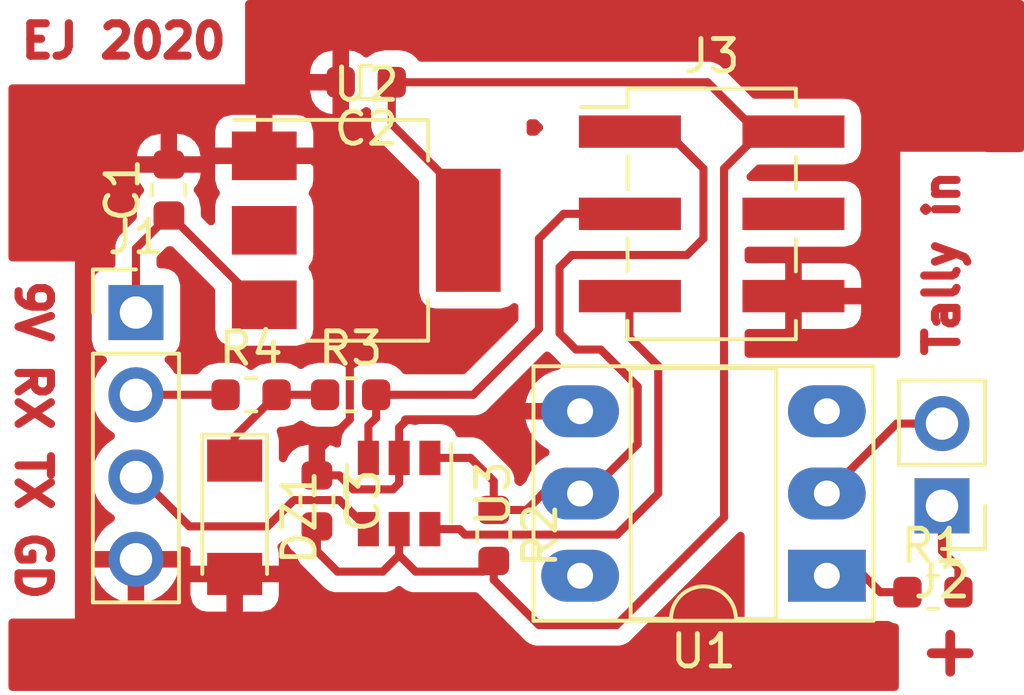
<source format=kicad_pcb>
(kicad_pcb (version 20200104) (host pcbnew "(5.99.0-870-gf50220821)")

  (general
    (thickness 1.6)
    (drawings 4)
    (tracks 106)
    (modules 14)
    (nets 16)
  )

  (page "A4")
  (layers
    (0 "F.Cu" signal)
    (31 "B.Cu" signal)
    (32 "B.Adhes" user)
    (33 "F.Adhes" user)
    (34 "B.Paste" user)
    (35 "F.Paste" user)
    (36 "B.SilkS" user)
    (37 "F.SilkS" user)
    (38 "B.Mask" user)
    (39 "F.Mask" user)
    (40 "Dwgs.User" user)
    (41 "Cmts.User" user)
    (42 "Eco1.User" user)
    (43 "Eco2.User" user)
    (44 "Edge.Cuts" user)
    (45 "Margin" user)
    (46 "B.CrtYd" user)
    (47 "F.CrtYd" user)
    (48 "B.Fab" user)
    (49 "F.Fab" user)
  )

  (setup
    (stackup
      (layer "F.SilkS" (type "Top Silk Screen"))
      (layer "F.Paste" (type "Top Solder Paste"))
      (layer "F.Mask" (type "Top Solder Mask") (color "Green") (thickness 0.01))
      (layer "F.Cu" (type "copper") (thickness 0.035))
      (layer "dielectric 1" (type "core") (thickness 1.51) (material "FR4") (epsilon_r 4.5) (loss_tangent 0.02))
      (layer "B.Cu" (type "copper") (thickness 0.035))
      (layer "B.Mask" (type "Bottom Solder Mask") (color "Green") (thickness 0.01))
      (layer "B.Paste" (type "Bottom Solder Paste"))
      (layer "B.SilkS" (type "Bottom Silk Screen"))
      (copper_finish "None")
      (dielectric_constraints no)
    )
    (last_trace_width 0.25)
    (user_trace_width 0.35)
    (trace_clearance 0.2)
    (zone_clearance 0.508)
    (zone_45_only no)
    (trace_min 0.2)
    (via_size 0.8)
    (via_drill 0.4)
    (via_min_size 0.4)
    (via_min_drill 0.3)
    (uvia_size 0.3)
    (uvia_drill 0.1)
    (uvias_allowed no)
    (uvia_min_size 0.2)
    (uvia_min_drill 0.1)
    (max_error 0.005)
    (defaults
      (edge_clearance 0.01)
      (edge_cuts_line_width 0.05)
      (courtyard_line_width 0.05)
      (copper_line_width 0.2)
      (copper_text_dims (size 1.5 1.5) (thickness 0.3))
      (silk_line_width 0.12)
      (silk_text_dims (size 1 1) (thickness 0.15))
      (other_layers_line_width 0.1)
      (other_layers_text_dims (size 1 1) (thickness 0.15))
      (dimension_units 0)
      (dimension_precision 1)
    )
    (pad_size 1.524 1.524)
    (pad_drill 0.762)
    (pad_to_mask_clearance 0.051)
    (solder_mask_min_width 0.25)
    (aux_axis_origin 0 0)
    (visible_elements FFFFFF7F)
    (pcbplotparams
      (layerselection 0x00000_7fffffff)
      (usegerberextensions false)
      (usegerberattributes false)
      (usegerberadvancedattributes false)
      (creategerberjobfile false)
      (excludeedgelayer false)
      (linewidth 0.100000)
      (plotframeref false)
      (viasonmask false)
      (mode 1)
      (useauxorigin false)
      (hpglpennumber 1)
      (hpglpenspeed 20)
      (hpglpendiameter 15.000000)
      (psnegative false)
      (psa4output false)
      (plotreference false)
      (plotvalue false)
      (plotinvisibletext false)
      (padsonsilk true)
      (subtractmaskfromsilk false)
      (outputformat 5)
      (mirror true)
      (drillshape 1)
      (scaleselection 1)
      (outputdirectory "")
    )
  )

  (net 0 "")
  (net 1 "GND")
  (net 2 "+9V")
  (net 3 "+3V3")
  (net 4 "Net-(DZ1-Pad1)")
  (net 5 "TX")
  (net 6 "RX")
  (net 7 "Net-(J2-Pad2)")
  (net 8 "Net-(J2-Pad1)")
  (net 9 "RESET")
  (net 10 "Net-(J3-Pad4)")
  (net 11 "TPICLK")
  (net 12 "TPIDATA")
  (net 13 "Net-(R1-Pad1)")
  (net 14 "Net-(U1-Pad6)")
  (net 15 "Net-(U1-Pad3)")

  (net_class "Default" "This is the default net class."
    (clearance 0.2)
    (trace_width 0.25)
    (via_dia 0.8)
    (via_drill 0.4)
    (uvia_dia 0.3)
    (uvia_drill 0.1)
    (add_net "+3V3")
    (add_net "+9V")
    (add_net "GND")
    (add_net "Net-(DZ1-Pad1)")
    (add_net "Net-(J2-Pad1)")
    (add_net "Net-(J2-Pad2)")
    (add_net "Net-(J3-Pad4)")
    (add_net "Net-(R1-Pad1)")
    (add_net "Net-(U1-Pad3)")
    (add_net "Net-(U1-Pad6)")
    (add_net "RESET")
    (add_net "RX")
    (add_net "TPICLK")
    (add_net "TPIDATA")
    (add_net "TX")
  )

  (module "Package_TO_SOT_SMD:SOT-23-6" (layer "F.Cu") (tedit 5A02FF57) (tstamp 5E46A504)
    (at 104.648 69.088 -90)
    (descr "6-pin SOT-23 package")
    (tags "SOT-23-6")
    (path "/5E465F70")
    (attr smd)
    (fp_text reference "U3" (at 0 -2.9 90) (layer "F.SilkS")
      (effects (font (size 1 1) (thickness 0.15)))
    )
    (fp_text value "ATtiny10-TS" (at 0 2.9 90) (layer "F.Fab")
      (effects (font (size 1 1) (thickness 0.15)))
    )
    (fp_text user "%R" (at 0 0) (layer "F.Fab")
      (effects (font (size 0.5 0.5) (thickness 0.075)))
    )
    (fp_line (start -0.9 1.61) (end 0.9 1.61) (layer "F.SilkS") (width 0.12))
    (fp_line (start 0.9 -1.61) (end -1.55 -1.61) (layer "F.SilkS") (width 0.12))
    (fp_line (start 1.9 -1.8) (end -1.9 -1.8) (layer "F.CrtYd") (width 0.05))
    (fp_line (start 1.9 1.8) (end 1.9 -1.8) (layer "F.CrtYd") (width 0.05))
    (fp_line (start -1.9 1.8) (end 1.9 1.8) (layer "F.CrtYd") (width 0.05))
    (fp_line (start -1.9 -1.8) (end -1.9 1.8) (layer "F.CrtYd") (width 0.05))
    (fp_line (start -0.9 -0.9) (end -0.25 -1.55) (layer "F.Fab") (width 0.1))
    (fp_line (start 0.9 -1.55) (end -0.25 -1.55) (layer "F.Fab") (width 0.1))
    (fp_line (start -0.9 -0.9) (end -0.9 1.55) (layer "F.Fab") (width 0.1))
    (fp_line (start 0.9 1.55) (end -0.9 1.55) (layer "F.Fab") (width 0.1))
    (fp_line (start 0.9 -1.55) (end 0.9 1.55) (layer "F.Fab") (width 0.1))
    (pad "5" smd rect (at 1.1 0 270) (size 1.06 0.65) (layers "F.Cu" "F.Paste" "F.Mask")
      (net 3 "+3V3"))
    (pad "6" smd rect (at 1.1 -0.95 270) (size 1.06 0.65) (layers "F.Cu" "F.Paste" "F.Mask")
      (net 9 "RESET"))
    (pad "4" smd rect (at 1.1 0.95 270) (size 1.06 0.65) (layers "F.Cu" "F.Paste" "F.Mask")
      (net 5 "TX"))
    (pad "3" smd rect (at -1.1 0.95 270) (size 1.06 0.65) (layers "F.Cu" "F.Paste" "F.Mask")
      (net 11 "TPICLK"))
    (pad "2" smd rect (at -1.1 0 270) (size 1.06 0.65) (layers "F.Cu" "F.Paste" "F.Mask")
      (net 1 "GND"))
    (pad "1" smd rect (at -1.1 -0.95 270) (size 1.06 0.65) (layers "F.Cu" "F.Paste" "F.Mask")
      (net 12 "TPIDATA"))
    (model "${KISYS3DMOD}/Package_TO_SOT_SMD.3dshapes/SOT-23-6.wrl"
      (at (xyz 0 0 0))
      (scale (xyz 1 1 1))
      (rotate (xyz 0 0 0))
    )
  )

  (module "Package_TO_SOT_SMD:SOT-223-3_TabPin2" (layer "F.Cu") (tedit 5A02FF57) (tstamp 5E46A4EE)
    (at 103.632 60.96)
    (descr "module CMS SOT223 4 pins")
    (tags "CMS SOT")
    (path "/5E46A072")
    (attr smd)
    (fp_text reference "U2" (at 0 -4.5) (layer "F.SilkS")
      (effects (font (size 1 1) (thickness 0.15)))
    )
    (fp_text value "LM1117-3.3" (at 0 4.5) (layer "F.Fab")
      (effects (font (size 1 1) (thickness 0.15)))
    )
    (fp_text user "%R" (at 0 0 90) (layer "F.Fab")
      (effects (font (size 0.8 0.8) (thickness 0.12)))
    )
    (fp_line (start 1.91 3.41) (end 1.91 2.15) (layer "F.SilkS") (width 0.12))
    (fp_line (start 1.91 -3.41) (end 1.91 -2.15) (layer "F.SilkS") (width 0.12))
    (fp_line (start 4.4 -3.6) (end -4.4 -3.6) (layer "F.CrtYd") (width 0.05))
    (fp_line (start 4.4 3.6) (end 4.4 -3.6) (layer "F.CrtYd") (width 0.05))
    (fp_line (start -4.4 3.6) (end 4.4 3.6) (layer "F.CrtYd") (width 0.05))
    (fp_line (start -4.4 -3.6) (end -4.4 3.6) (layer "F.CrtYd") (width 0.05))
    (fp_line (start -1.85 -2.35) (end -0.85 -3.35) (layer "F.Fab") (width 0.1))
    (fp_line (start -1.85 -2.35) (end -1.85 3.35) (layer "F.Fab") (width 0.1))
    (fp_line (start -1.85 3.41) (end 1.91 3.41) (layer "F.SilkS") (width 0.12))
    (fp_line (start -0.85 -3.35) (end 1.85 -3.35) (layer "F.Fab") (width 0.1))
    (fp_line (start -4.1 -3.41) (end 1.91 -3.41) (layer "F.SilkS") (width 0.12))
    (fp_line (start -1.85 3.35) (end 1.85 3.35) (layer "F.Fab") (width 0.1))
    (fp_line (start 1.85 -3.35) (end 1.85 3.35) (layer "F.Fab") (width 0.1))
    (pad "1" smd rect (at -3.15 -2.3) (size 2 1.5) (layers "F.Cu" "F.Paste" "F.Mask")
      (net 1 "GND"))
    (pad "3" smd rect (at -3.15 2.3) (size 2 1.5) (layers "F.Cu" "F.Paste" "F.Mask")
      (net 2 "+9V"))
    (pad "2" smd rect (at -3.15 0) (size 2 1.5) (layers "F.Cu" "F.Paste" "F.Mask")
      (net 3 "+3V3"))
    (pad "2" smd rect (at 3.15 0) (size 2 3.8) (layers "F.Cu" "F.Paste" "F.Mask")
      (net 3 "+3V3"))
    (model "${KISYS3DMOD}/Package_TO_SOT_SMD.3dshapes/SOT-223.wrl"
      (at (xyz 0 0 0))
      (scale (xyz 1 1 1))
      (rotate (xyz 0 0 0))
    )
  )

  (module "Package_DIP:DIP-6_W7.62mm_Socket_LongPads" (layer "F.Cu") (tedit 5A02E8C5) (tstamp 5E46A4D8)
    (at 117.856 71.628 180)
    (descr "6-lead though-hole mounted DIP package, row spacing 7.62 mm (300 mils), Socket, LongPads")
    (tags "THT DIP DIL PDIP 2.54mm 7.62mm 300mil Socket LongPads")
    (path "/5E4A1EE1")
    (fp_text reference "U1" (at 3.81 -2.33) (layer "F.SilkS")
      (effects (font (size 1 1) (thickness 0.15)))
    )
    (fp_text value "CNY17-1" (at 3.81 7.41) (layer "F.Fab")
      (effects (font (size 1 1) (thickness 0.15)))
    )
    (fp_arc (start 3.81 -1.33) (end 2.81 -1.33) (angle -180) (layer "F.SilkS") (width 0.12))
    (fp_line (start 1.635 -1.27) (end 6.985 -1.27) (layer "F.Fab") (width 0.1))
    (fp_line (start 6.985 -1.27) (end 6.985 6.35) (layer "F.Fab") (width 0.1))
    (fp_line (start 6.985 6.35) (end 0.635 6.35) (layer "F.Fab") (width 0.1))
    (fp_line (start 0.635 6.35) (end 0.635 -0.27) (layer "F.Fab") (width 0.1))
    (fp_line (start 0.635 -0.27) (end 1.635 -1.27) (layer "F.Fab") (width 0.1))
    (fp_line (start -1.27 -1.33) (end -1.27 6.41) (layer "F.Fab") (width 0.1))
    (fp_line (start -1.27 6.41) (end 8.89 6.41) (layer "F.Fab") (width 0.1))
    (fp_line (start 8.89 6.41) (end 8.89 -1.33) (layer "F.Fab") (width 0.1))
    (fp_line (start 8.89 -1.33) (end -1.27 -1.33) (layer "F.Fab") (width 0.1))
    (fp_line (start 2.81 -1.33) (end 1.56 -1.33) (layer "F.SilkS") (width 0.12))
    (fp_line (start 1.56 -1.33) (end 1.56 6.41) (layer "F.SilkS") (width 0.12))
    (fp_line (start 1.56 6.41) (end 6.06 6.41) (layer "F.SilkS") (width 0.12))
    (fp_line (start 6.06 6.41) (end 6.06 -1.33) (layer "F.SilkS") (width 0.12))
    (fp_line (start 6.06 -1.33) (end 4.81 -1.33) (layer "F.SilkS") (width 0.12))
    (fp_line (start -1.44 -1.39) (end -1.44 6.47) (layer "F.SilkS") (width 0.12))
    (fp_line (start -1.44 6.47) (end 9.06 6.47) (layer "F.SilkS") (width 0.12))
    (fp_line (start 9.06 6.47) (end 9.06 -1.39) (layer "F.SilkS") (width 0.12))
    (fp_line (start 9.06 -1.39) (end -1.44 -1.39) (layer "F.SilkS") (width 0.12))
    (fp_line (start -1.55 -1.6) (end -1.55 6.7) (layer "F.CrtYd") (width 0.05))
    (fp_line (start -1.55 6.7) (end 9.15 6.7) (layer "F.CrtYd") (width 0.05))
    (fp_line (start 9.15 6.7) (end 9.15 -1.6) (layer "F.CrtYd") (width 0.05))
    (fp_line (start 9.15 -1.6) (end -1.55 -1.6) (layer "F.CrtYd") (width 0.05))
    (fp_text user "%R" (at 3.81 2.54) (layer "F.Fab")
      (effects (font (size 1 1) (thickness 0.15)))
    )
    (pad "6" thru_hole oval (at 7.62 0 180) (size 2.4 1.6) (drill 0.8) (layers *.Cu *.Mask)
      (net 14 "Net-(U1-Pad6)"))
    (pad "3" thru_hole oval (at 0 5.08 180) (size 2.4 1.6) (drill 0.8) (layers *.Cu *.Mask)
      (net 15 "Net-(U1-Pad3)"))
    (pad "5" thru_hole oval (at 7.62 2.54 180) (size 2.4 1.6) (drill 0.8) (layers *.Cu *.Mask)
      (net 12 "TPIDATA"))
    (pad "2" thru_hole oval (at 0 2.54 180) (size 2.4 1.6) (drill 0.8) (layers *.Cu *.Mask)
      (net 7 "Net-(J2-Pad2)"))
    (pad "4" thru_hole oval (at 7.62 5.08 180) (size 2.4 1.6) (drill 0.8) (layers *.Cu *.Mask)
      (net 1 "GND"))
    (pad "1" thru_hole rect (at 0 0 180) (size 2.4 1.6) (drill 0.8) (layers *.Cu *.Mask)
      (net 13 "Net-(R1-Pad1)"))
    (model "${KISYS3DMOD}/Package_DIP.3dshapes/DIP-6_W7.62mm_Socket.wrl"
      (at (xyz 0 0 0))
      (scale (xyz 1 1 1))
      (rotate (xyz 0 0 0))
    )
  )

  (module "Resistor_SMD:R_0603_1608Metric" (layer "F.Cu") (tedit 5B301BBD) (tstamp 5E46A4B6)
    (at 100.076 66.04)
    (descr "Resistor SMD 0603 (1608 Metric), square (rectangular) end terminal, IPC_7351 nominal, (Body size source: http://www.tortai-tech.com/upload/download/2011102023233369053.pdf), generated with kicad-footprint-generator")
    (tags "resistor")
    (path "/5E4E3DFC")
    (attr smd)
    (fp_text reference "R4" (at 0 -1.43) (layer "F.SilkS")
      (effects (font (size 1 1) (thickness 0.15)))
    )
    (fp_text value "10k" (at 0 1.43) (layer "F.Fab")
      (effects (font (size 1 1) (thickness 0.15)))
    )
    (fp_line (start -0.8 0.4) (end -0.8 -0.4) (layer "F.Fab") (width 0.1))
    (fp_line (start -0.8 -0.4) (end 0.8 -0.4) (layer "F.Fab") (width 0.1))
    (fp_line (start 0.8 -0.4) (end 0.8 0.4) (layer "F.Fab") (width 0.1))
    (fp_line (start 0.8 0.4) (end -0.8 0.4) (layer "F.Fab") (width 0.1))
    (fp_line (start -0.162779 -0.51) (end 0.162779 -0.51) (layer "F.SilkS") (width 0.12))
    (fp_line (start -0.162779 0.51) (end 0.162779 0.51) (layer "F.SilkS") (width 0.12))
    (fp_line (start -1.48 0.73) (end -1.48 -0.73) (layer "F.CrtYd") (width 0.05))
    (fp_line (start -1.48 -0.73) (end 1.48 -0.73) (layer "F.CrtYd") (width 0.05))
    (fp_line (start 1.48 -0.73) (end 1.48 0.73) (layer "F.CrtYd") (width 0.05))
    (fp_line (start 1.48 0.73) (end -1.48 0.73) (layer "F.CrtYd") (width 0.05))
    (fp_text user "%R" (at 0 0) (layer "F.Fab")
      (effects (font (size 0.4 0.4) (thickness 0.06)))
    )
    (pad "2" smd roundrect (at 0.7875 0) (size 0.875 0.95) (layers "F.Cu" "F.Paste" "F.Mask") (roundrect_rratio 0.25)
      (net 4 "Net-(DZ1-Pad1)"))
    (pad "1" smd roundrect (at -0.7875 0) (size 0.875 0.95) (layers "F.Cu" "F.Paste" "F.Mask") (roundrect_rratio 0.25)
      (net 6 "RX"))
    (model "${KISYS3DMOD}/Resistor_SMD.3dshapes/R_0603_1608Metric.wrl"
      (at (xyz 0 0 0))
      (scale (xyz 1 1 1))
      (rotate (xyz 0 0 0))
    )
  )

  (module "Resistor_SMD:R_0603_1608Metric" (layer "F.Cu") (tedit 5B301BBD) (tstamp 5E46B451)
    (at 103.1495 66.04)
    (descr "Resistor SMD 0603 (1608 Metric), square (rectangular) end terminal, IPC_7351 nominal, (Body size source: http://www.tortai-tech.com/upload/download/2011102023233369053.pdf), generated with kicad-footprint-generator")
    (tags "resistor")
    (path "/5E4D2E55")
    (attr smd)
    (fp_text reference "R3" (at 0 -1.43) (layer "F.SilkS")
      (effects (font (size 1 1) (thickness 0.15)))
    )
    (fp_text value "10k" (at 0 1.43) (layer "F.Fab")
      (effects (font (size 1 1) (thickness 0.15)))
    )
    (fp_line (start -0.8 0.4) (end -0.8 -0.4) (layer "F.Fab") (width 0.1))
    (fp_line (start -0.8 -0.4) (end 0.8 -0.4) (layer "F.Fab") (width 0.1))
    (fp_line (start 0.8 -0.4) (end 0.8 0.4) (layer "F.Fab") (width 0.1))
    (fp_line (start 0.8 0.4) (end -0.8 0.4) (layer "F.Fab") (width 0.1))
    (fp_line (start -0.162779 -0.51) (end 0.162779 -0.51) (layer "F.SilkS") (width 0.12))
    (fp_line (start -0.162779 0.51) (end 0.162779 0.51) (layer "F.SilkS") (width 0.12))
    (fp_line (start -1.48 0.73) (end -1.48 -0.73) (layer "F.CrtYd") (width 0.05))
    (fp_line (start -1.48 -0.73) (end 1.48 -0.73) (layer "F.CrtYd") (width 0.05))
    (fp_line (start 1.48 -0.73) (end 1.48 0.73) (layer "F.CrtYd") (width 0.05))
    (fp_line (start 1.48 0.73) (end -1.48 0.73) (layer "F.CrtYd") (width 0.05))
    (fp_text user "%R" (at 0 0) (layer "F.Fab")
      (effects (font (size 0.4 0.4) (thickness 0.06)))
    )
    (pad "2" smd roundrect (at 0.7875 0) (size 0.875 0.95) (layers "F.Cu" "F.Paste" "F.Mask") (roundrect_rratio 0.25)
      (net 11 "TPICLK"))
    (pad "1" smd roundrect (at -0.7875 0) (size 0.875 0.95) (layers "F.Cu" "F.Paste" "F.Mask") (roundrect_rratio 0.25)
      (net 4 "Net-(DZ1-Pad1)"))
    (model "${KISYS3DMOD}/Resistor_SMD.3dshapes/R_0603_1608Metric.wrl"
      (at (xyz 0 0 0))
      (scale (xyz 1 1 1))
      (rotate (xyz 0 0 0))
    )
  )

  (module "Resistor_SMD:R_0603_1608Metric" (layer "F.Cu") (tedit 5B301BBD) (tstamp 5E46AE5F)
    (at 107.569 70.3835 -90)
    (descr "Resistor SMD 0603 (1608 Metric), square (rectangular) end terminal, IPC_7351 nominal, (Body size source: http://www.tortai-tech.com/upload/download/2011102023233369053.pdf), generated with kicad-footprint-generator")
    (tags "resistor")
    (path "/5E4AC388")
    (attr smd)
    (fp_text reference "R2" (at 0 -1.43 90) (layer "F.SilkS")
      (effects (font (size 1 1) (thickness 0.15)))
    )
    (fp_text value "10k" (at 0 1.43 90) (layer "F.Fab")
      (effects (font (size 1 1) (thickness 0.15)))
    )
    (fp_text user "%R" (at 0 0 90) (layer "F.Fab")
      (effects (font (size 0.4 0.4) (thickness 0.06)))
    )
    (fp_line (start 1.48 0.73) (end -1.48 0.73) (layer "F.CrtYd") (width 0.05))
    (fp_line (start 1.48 -0.73) (end 1.48 0.73) (layer "F.CrtYd") (width 0.05))
    (fp_line (start -1.48 -0.73) (end 1.48 -0.73) (layer "F.CrtYd") (width 0.05))
    (fp_line (start -1.48 0.73) (end -1.48 -0.73) (layer "F.CrtYd") (width 0.05))
    (fp_line (start -0.162779 0.51) (end 0.162779 0.51) (layer "F.SilkS") (width 0.12))
    (fp_line (start -0.162779 -0.51) (end 0.162779 -0.51) (layer "F.SilkS") (width 0.12))
    (fp_line (start 0.8 0.4) (end -0.8 0.4) (layer "F.Fab") (width 0.1))
    (fp_line (start 0.8 -0.4) (end 0.8 0.4) (layer "F.Fab") (width 0.1))
    (fp_line (start -0.8 -0.4) (end 0.8 -0.4) (layer "F.Fab") (width 0.1))
    (fp_line (start -0.8 0.4) (end -0.8 -0.4) (layer "F.Fab") (width 0.1))
    (pad "1" smd roundrect (at -0.7875 0 270) (size 0.875 0.95) (layers "F.Cu" "F.Paste" "F.Mask") (roundrect_rratio 0.25)
      (net 12 "TPIDATA"))
    (pad "2" smd roundrect (at 0.7875 0 270) (size 0.875 0.95) (layers "F.Cu" "F.Paste" "F.Mask") (roundrect_rratio 0.25)
      (net 3 "+3V3"))
    (model "${KISYS3DMOD}/Resistor_SMD.3dshapes/R_0603_1608Metric.wrl"
      (at (xyz 0 0 0))
      (scale (xyz 1 1 1))
      (rotate (xyz 0 0 0))
    )
  )

  (module "Resistor_SMD:R_0603_1608Metric" (layer "F.Cu") (tedit 5B301BBD) (tstamp 5E46A483)
    (at 121.1325 72.136)
    (descr "Resistor SMD 0603 (1608 Metric), square (rectangular) end terminal, IPC_7351 nominal, (Body size source: http://www.tortai-tech.com/upload/download/2011102023233369053.pdf), generated with kicad-footprint-generator")
    (tags "resistor")
    (path "/5E4A9F99")
    (attr smd)
    (fp_text reference "R1" (at 0 -1.43) (layer "F.SilkS")
      (effects (font (size 1 1) (thickness 0.15)))
    )
    (fp_text value "60R" (at 0 1.43) (layer "F.Fab")
      (effects (font (size 1 1) (thickness 0.15)))
    )
    (fp_line (start -0.8 0.4) (end -0.8 -0.4) (layer "F.Fab") (width 0.1))
    (fp_line (start -0.8 -0.4) (end 0.8 -0.4) (layer "F.Fab") (width 0.1))
    (fp_line (start 0.8 -0.4) (end 0.8 0.4) (layer "F.Fab") (width 0.1))
    (fp_line (start 0.8 0.4) (end -0.8 0.4) (layer "F.Fab") (width 0.1))
    (fp_line (start -0.162779 -0.51) (end 0.162779 -0.51) (layer "F.SilkS") (width 0.12))
    (fp_line (start -0.162779 0.51) (end 0.162779 0.51) (layer "F.SilkS") (width 0.12))
    (fp_line (start -1.48 0.73) (end -1.48 -0.73) (layer "F.CrtYd") (width 0.05))
    (fp_line (start -1.48 -0.73) (end 1.48 -0.73) (layer "F.CrtYd") (width 0.05))
    (fp_line (start 1.48 -0.73) (end 1.48 0.73) (layer "F.CrtYd") (width 0.05))
    (fp_line (start 1.48 0.73) (end -1.48 0.73) (layer "F.CrtYd") (width 0.05))
    (fp_text user "%R" (at 0 0) (layer "F.Fab")
      (effects (font (size 0.4 0.4) (thickness 0.06)))
    )
    (pad "2" smd roundrect (at 0.7875 0) (size 0.875 0.95) (layers "F.Cu" "F.Paste" "F.Mask") (roundrect_rratio 0.25)
      (net 8 "Net-(J2-Pad1)"))
    (pad "1" smd roundrect (at -0.7875 0) (size 0.875 0.95) (layers "F.Cu" "F.Paste" "F.Mask") (roundrect_rratio 0.25)
      (net 13 "Net-(R1-Pad1)"))
    (model "${KISYS3DMOD}/Resistor_SMD.3dshapes/R_0603_1608Metric.wrl"
      (at (xyz 0 0 0))
      (scale (xyz 1 1 1))
      (rotate (xyz 0 0 0))
    )
  )

  (module "Connector_PinHeader_2.54mm:PinHeader_2x03_P2.54mm_Vertical_SMD" (layer "F.Cu") (tedit 59FED5CC) (tstamp 5E46A472)
    (at 114.3 60.452)
    (descr "surface-mounted straight pin header, 2x03, 2.54mm pitch, double rows")
    (tags "Surface mounted pin header SMD 2x03 2.54mm double row")
    (path "/5E4809CE")
    (attr smd)
    (fp_text reference "J3" (at 0 -4.87) (layer "F.SilkS")
      (effects (font (size 1 1) (thickness 0.15)))
    )
    (fp_text value "Conn_02x03_Odd_Even" (at 0 4.87) (layer "F.Fab")
      (effects (font (size 1 1) (thickness 0.15)))
    )
    (fp_line (start 2.54 3.81) (end -2.54 3.81) (layer "F.Fab") (width 0.1))
    (fp_line (start -1.59 -3.81) (end 2.54 -3.81) (layer "F.Fab") (width 0.1))
    (fp_line (start -2.54 3.81) (end -2.54 -2.86) (layer "F.Fab") (width 0.1))
    (fp_line (start -2.54 -2.86) (end -1.59 -3.81) (layer "F.Fab") (width 0.1))
    (fp_line (start 2.54 -3.81) (end 2.54 3.81) (layer "F.Fab") (width 0.1))
    (fp_line (start -2.54 -2.86) (end -3.6 -2.86) (layer "F.Fab") (width 0.1))
    (fp_line (start -3.6 -2.86) (end -3.6 -2.22) (layer "F.Fab") (width 0.1))
    (fp_line (start -3.6 -2.22) (end -2.54 -2.22) (layer "F.Fab") (width 0.1))
    (fp_line (start 2.54 -2.86) (end 3.6 -2.86) (layer "F.Fab") (width 0.1))
    (fp_line (start 3.6 -2.86) (end 3.6 -2.22) (layer "F.Fab") (width 0.1))
    (fp_line (start 3.6 -2.22) (end 2.54 -2.22) (layer "F.Fab") (width 0.1))
    (fp_line (start -2.54 -0.32) (end -3.6 -0.32) (layer "F.Fab") (width 0.1))
    (fp_line (start -3.6 -0.32) (end -3.6 0.32) (layer "F.Fab") (width 0.1))
    (fp_line (start -3.6 0.32) (end -2.54 0.32) (layer "F.Fab") (width 0.1))
    (fp_line (start 2.54 -0.32) (end 3.6 -0.32) (layer "F.Fab") (width 0.1))
    (fp_line (start 3.6 -0.32) (end 3.6 0.32) (layer "F.Fab") (width 0.1))
    (fp_line (start 3.6 0.32) (end 2.54 0.32) (layer "F.Fab") (width 0.1))
    (fp_line (start -2.54 2.22) (end -3.6 2.22) (layer "F.Fab") (width 0.1))
    (fp_line (start -3.6 2.22) (end -3.6 2.86) (layer "F.Fab") (width 0.1))
    (fp_line (start -3.6 2.86) (end -2.54 2.86) (layer "F.Fab") (width 0.1))
    (fp_line (start 2.54 2.22) (end 3.6 2.22) (layer "F.Fab") (width 0.1))
    (fp_line (start 3.6 2.22) (end 3.6 2.86) (layer "F.Fab") (width 0.1))
    (fp_line (start 3.6 2.86) (end 2.54 2.86) (layer "F.Fab") (width 0.1))
    (fp_line (start -2.6 -3.87) (end 2.6 -3.87) (layer "F.SilkS") (width 0.12))
    (fp_line (start -2.6 3.87) (end 2.6 3.87) (layer "F.SilkS") (width 0.12))
    (fp_line (start -4.04 -3.3) (end -2.6 -3.3) (layer "F.SilkS") (width 0.12))
    (fp_line (start -2.6 -3.87) (end -2.6 -3.3) (layer "F.SilkS") (width 0.12))
    (fp_line (start 2.6 -3.87) (end 2.6 -3.3) (layer "F.SilkS") (width 0.12))
    (fp_line (start -2.6 3.3) (end -2.6 3.87) (layer "F.SilkS") (width 0.12))
    (fp_line (start 2.6 3.3) (end 2.6 3.87) (layer "F.SilkS") (width 0.12))
    (fp_line (start -2.6 -1.78) (end -2.6 -0.76) (layer "F.SilkS") (width 0.12))
    (fp_line (start 2.6 -1.78) (end 2.6 -0.76) (layer "F.SilkS") (width 0.12))
    (fp_line (start -2.6 0.76) (end -2.6 1.78) (layer "F.SilkS") (width 0.12))
    (fp_line (start 2.6 0.76) (end 2.6 1.78) (layer "F.SilkS") (width 0.12))
    (fp_line (start -5.9 -4.35) (end -5.9 4.35) (layer "F.CrtYd") (width 0.05))
    (fp_line (start -5.9 4.35) (end 5.9 4.35) (layer "F.CrtYd") (width 0.05))
    (fp_line (start 5.9 4.35) (end 5.9 -4.35) (layer "F.CrtYd") (width 0.05))
    (fp_line (start 5.9 -4.35) (end -5.9 -4.35) (layer "F.CrtYd") (width 0.05))
    (fp_text user "%R" (at 0 0 90) (layer "F.Fab")
      (effects (font (size 1 1) (thickness 0.15)))
    )
    (pad "6" smd rect (at 2.525 2.54) (size 3.15 1) (layers "F.Cu" "F.Paste" "F.Mask")
      (net 1 "GND"))
    (pad "5" smd rect (at -2.525 2.54) (size 3.15 1) (layers "F.Cu" "F.Paste" "F.Mask")
      (net 9 "RESET"))
    (pad "4" smd rect (at 2.525 0) (size 3.15 1) (layers "F.Cu" "F.Paste" "F.Mask")
      (net 10 "Net-(J3-Pad4)"))
    (pad "3" smd rect (at -2.525 0) (size 3.15 1) (layers "F.Cu" "F.Paste" "F.Mask")
      (net 11 "TPICLK"))
    (pad "2" smd rect (at 2.525 -2.54) (size 3.15 1) (layers "F.Cu" "F.Paste" "F.Mask")
      (net 3 "+3V3"))
    (pad "1" smd rect (at -2.525 -2.54) (size 3.15 1) (layers "F.Cu" "F.Paste" "F.Mask")
      (net 12 "TPIDATA"))
    (model "${KISYS3DMOD}/Connector_PinHeader_2.54mm.3dshapes/PinHeader_2x03_P2.54mm_Vertical_SMD.wrl"
      (at (xyz 0 0 0))
      (scale (xyz 1 1 1))
      (rotate (xyz 0 0 0))
    )
  )

  (module "Connector_PinHeader_2.54mm:PinHeader_1x02_P2.54mm_Vertical" (layer "F.Cu") (tedit 59FED5CC) (tstamp 5E46A441)
    (at 121.412 69.469 180)
    (descr "Through hole straight pin header, 1x02, 2.54mm pitch, single row")
    (tags "Through hole pin header THT 1x02 2.54mm single row")
    (path "/5E4A803C")
    (fp_text reference "J2" (at 0 -2.33) (layer "F.SilkS")
      (effects (font (size 1 1) (thickness 0.15)))
    )
    (fp_text value "Conn_01x02_Male" (at -1.524 2.032 90) (layer "F.Fab")
      (effects (font (size 1 1) (thickness 0.15)))
    )
    (fp_line (start -0.635 -1.27) (end 1.27 -1.27) (layer "F.Fab") (width 0.1))
    (fp_line (start 1.27 -1.27) (end 1.27 3.81) (layer "F.Fab") (width 0.1))
    (fp_line (start 1.27 3.81) (end -1.27 3.81) (layer "F.Fab") (width 0.1))
    (fp_line (start -1.27 3.81) (end -1.27 -0.635) (layer "F.Fab") (width 0.1))
    (fp_line (start -1.27 -0.635) (end -0.635 -1.27) (layer "F.Fab") (width 0.1))
    (fp_line (start -1.33 3.87) (end 1.33 3.87) (layer "F.SilkS") (width 0.12))
    (fp_line (start -1.33 1.27) (end -1.33 3.87) (layer "F.SilkS") (width 0.12))
    (fp_line (start 1.33 1.27) (end 1.33 3.87) (layer "F.SilkS") (width 0.12))
    (fp_line (start -1.33 1.27) (end 1.33 1.27) (layer "F.SilkS") (width 0.12))
    (fp_line (start -1.33 0) (end -1.33 -1.33) (layer "F.SilkS") (width 0.12))
    (fp_line (start -1.33 -1.33) (end 0 -1.33) (layer "F.SilkS") (width 0.12))
    (fp_line (start -1.8 -1.8) (end -1.8 4.35) (layer "F.CrtYd") (width 0.05))
    (fp_line (start -1.8 4.35) (end 1.8 4.35) (layer "F.CrtYd") (width 0.05))
    (fp_line (start 1.8 4.35) (end 1.8 -1.8) (layer "F.CrtYd") (width 0.05))
    (fp_line (start 1.8 -1.8) (end -1.8 -1.8) (layer "F.CrtYd") (width 0.05))
    (fp_text user "%R" (at 0 1.27 90) (layer "F.Fab")
      (effects (font (size 1 1) (thickness 0.15)))
    )
    (pad "2" thru_hole oval (at 0 2.54 180) (size 1.7 1.7) (drill 1) (layers *.Cu *.Mask)
      (net 7 "Net-(J2-Pad2)"))
    (pad "1" thru_hole rect (at 0 0 180) (size 1.7 1.7) (drill 1) (layers *.Cu *.Mask)
      (net 8 "Net-(J2-Pad1)"))
    (model "${KISYS3DMOD}/Connector_PinHeader_2.54mm.3dshapes/PinHeader_1x02_P2.54mm_Vertical.wrl"
      (at (xyz 0 0 0))
      (scale (xyz 1 1 1))
      (rotate (xyz 0 0 0))
    )
  )

  (module "Connector_PinHeader_2.54mm:PinHeader_1x04_P2.54mm_Vertical" (layer "F.Cu") (tedit 59FED5CC) (tstamp 5E46A42B)
    (at 96.52 63.5)
    (descr "Through hole straight pin header, 1x04, 2.54mm pitch, single row")
    (tags "Through hole pin header THT 1x04 2.54mm single row")
    (path "/5E46412C")
    (fp_text reference "J1" (at 0 -2.33) (layer "F.SilkS")
      (effects (font (size 1 1) (thickness 0.15)))
    )
    (fp_text value "Conn_01x04_Male" (at -2.159 3.937 90) (layer "F.Fab")
      (effects (font (size 1 1) (thickness 0.15)))
    )
    (fp_line (start -0.635 -1.27) (end 1.27 -1.27) (layer "F.Fab") (width 0.1))
    (fp_line (start 1.27 -1.27) (end 1.27 8.89) (layer "F.Fab") (width 0.1))
    (fp_line (start 1.27 8.89) (end -1.27 8.89) (layer "F.Fab") (width 0.1))
    (fp_line (start -1.27 8.89) (end -1.27 -0.635) (layer "F.Fab") (width 0.1))
    (fp_line (start -1.27 -0.635) (end -0.635 -1.27) (layer "F.Fab") (width 0.1))
    (fp_line (start -1.33 8.95) (end 1.33 8.95) (layer "F.SilkS") (width 0.12))
    (fp_line (start -1.33 1.27) (end -1.33 8.95) (layer "F.SilkS") (width 0.12))
    (fp_line (start 1.33 1.27) (end 1.33 8.95) (layer "F.SilkS") (width 0.12))
    (fp_line (start -1.33 1.27) (end 1.33 1.27) (layer "F.SilkS") (width 0.12))
    (fp_line (start -1.33 0) (end -1.33 -1.33) (layer "F.SilkS") (width 0.12))
    (fp_line (start -1.33 -1.33) (end 0 -1.33) (layer "F.SilkS") (width 0.12))
    (fp_line (start -1.8 -1.8) (end -1.8 9.4) (layer "F.CrtYd") (width 0.05))
    (fp_line (start -1.8 9.4) (end 1.8 9.4) (layer "F.CrtYd") (width 0.05))
    (fp_line (start 1.8 9.4) (end 1.8 -1.8) (layer "F.CrtYd") (width 0.05))
    (fp_line (start 1.8 -1.8) (end -1.8 -1.8) (layer "F.CrtYd") (width 0.05))
    (fp_text user "%R" (at 0 3.81 90) (layer "F.Fab")
      (effects (font (size 1 1) (thickness 0.15)))
    )
    (pad "4" thru_hole oval (at 0 7.62) (size 1.7 1.7) (drill 1) (layers *.Cu *.Mask)
      (net 1 "GND"))
    (pad "3" thru_hole oval (at 0 5.08) (size 1.7 1.7) (drill 1) (layers *.Cu *.Mask)
      (net 5 "TX"))
    (pad "2" thru_hole oval (at 0 2.54) (size 1.7 1.7) (drill 1) (layers *.Cu *.Mask)
      (net 6 "RX"))
    (pad "1" thru_hole rect (at 0 0) (size 1.7 1.7) (drill 1) (layers *.Cu *.Mask)
      (net 2 "+9V"))
    (model "${KISYS3DMOD}/Connector_PinHeader_2.54mm.3dshapes/PinHeader_1x04_P2.54mm_Vertical.wrl"
      (at (xyz 0 0 0))
      (scale (xyz 1 1 1))
      (rotate (xyz 0 0 0))
    )
  )

  (module "Diode_SMD:D_MiniMELF" (layer "F.Cu") (tedit 5905D8F5) (tstamp 5E46A413)
    (at 99.568 69.822 -90)
    (descr "Diode Mini-MELF")
    (tags "Diode Mini-MELF")
    (path "/5E4D1CA7")
    (attr smd)
    (fp_text reference "DZ1" (at 0 -2 90) (layer "F.SilkS")
      (effects (font (size 1 1) (thickness 0.15)))
    )
    (fp_text value "3V3" (at 0 1.75 90) (layer "F.Fab")
      (effects (font (size 1 1) (thickness 0.15)))
    )
    (fp_text user "%R" (at 0 -2 90) (layer "F.Fab")
      (effects (font (size 1 1) (thickness 0.15)))
    )
    (fp_line (start 1.75 -1) (end -2.55 -1) (layer "F.SilkS") (width 0.12))
    (fp_line (start -2.55 -1) (end -2.55 1) (layer "F.SilkS") (width 0.12))
    (fp_line (start -2.55 1) (end 1.75 1) (layer "F.SilkS") (width 0.12))
    (fp_line (start 1.65 -0.8) (end 1.65 0.8) (layer "F.Fab") (width 0.1))
    (fp_line (start 1.65 0.8) (end -1.65 0.8) (layer "F.Fab") (width 0.1))
    (fp_line (start -1.65 0.8) (end -1.65 -0.8) (layer "F.Fab") (width 0.1))
    (fp_line (start -1.65 -0.8) (end 1.65 -0.8) (layer "F.Fab") (width 0.1))
    (fp_line (start 0.25 0) (end 0.75 0) (layer "F.Fab") (width 0.1))
    (fp_line (start 0.25 0.4) (end -0.35 0) (layer "F.Fab") (width 0.1))
    (fp_line (start 0.25 -0.4) (end 0.25 0.4) (layer "F.Fab") (width 0.1))
    (fp_line (start -0.35 0) (end 0.25 -0.4) (layer "F.Fab") (width 0.1))
    (fp_line (start -0.35 0) (end -0.35 0.55) (layer "F.Fab") (width 0.1))
    (fp_line (start -0.35 0) (end -0.35 -0.55) (layer "F.Fab") (width 0.1))
    (fp_line (start -0.75 0) (end -0.35 0) (layer "F.Fab") (width 0.1))
    (fp_line (start -2.65 -1.1) (end 2.65 -1.1) (layer "F.CrtYd") (width 0.05))
    (fp_line (start 2.65 -1.1) (end 2.65 1.1) (layer "F.CrtYd") (width 0.05))
    (fp_line (start 2.65 1.1) (end -2.65 1.1) (layer "F.CrtYd") (width 0.05))
    (fp_line (start -2.65 1.1) (end -2.65 -1.1) (layer "F.CrtYd") (width 0.05))
    (pad "2" smd rect (at 1.75 0 270) (size 1.3 1.7) (layers "F.Cu" "F.Paste" "F.Mask")
      (net 1 "GND"))
    (pad "1" smd rect (at -1.75 0 270) (size 1.3 1.7) (layers "F.Cu" "F.Paste" "F.Mask")
      (net 4 "Net-(DZ1-Pad1)"))
    (model "${KISYS3DMOD}/Diode_SMD.3dshapes/D_MiniMELF.wrl"
      (at (xyz 0 0 0))
      (scale (xyz 1 1 1))
      (rotate (xyz 0 0 0))
    )
  )

  (module "Capacitor_SMD:C_0603_1608Metric" (layer "F.Cu") (tedit 5B301BBE) (tstamp 5E46A3FA)
    (at 102.108 69.3165 -90)
    (descr "Capacitor SMD 0603 (1608 Metric), square (rectangular) end terminal, IPC_7351 nominal, (Body size source: http://www.tortai-tech.com/upload/download/2011102023233369053.pdf), generated with kicad-footprint-generator")
    (tags "capacitor")
    (path "/5E47DD78")
    (attr smd)
    (fp_text reference "C3" (at 0 -1.43 90) (layer "F.SilkS")
      (effects (font (size 1 1) (thickness 0.15)))
    )
    (fp_text value "100n" (at 0 1.43 90) (layer "F.Fab")
      (effects (font (size 1 1) (thickness 0.15)))
    )
    (fp_text user "%R" (at 0 0 90) (layer "F.Fab")
      (effects (font (size 0.4 0.4) (thickness 0.06)))
    )
    (fp_line (start 1.48 0.73) (end -1.48 0.73) (layer "F.CrtYd") (width 0.05))
    (fp_line (start 1.48 -0.73) (end 1.48 0.73) (layer "F.CrtYd") (width 0.05))
    (fp_line (start -1.48 -0.73) (end 1.48 -0.73) (layer "F.CrtYd") (width 0.05))
    (fp_line (start -1.48 0.73) (end -1.48 -0.73) (layer "F.CrtYd") (width 0.05))
    (fp_line (start -0.162779 0.51) (end 0.162779 0.51) (layer "F.SilkS") (width 0.12))
    (fp_line (start -0.162779 -0.51) (end 0.162779 -0.51) (layer "F.SilkS") (width 0.12))
    (fp_line (start 0.8 0.4) (end -0.8 0.4) (layer "F.Fab") (width 0.1))
    (fp_line (start 0.8 -0.4) (end 0.8 0.4) (layer "F.Fab") (width 0.1))
    (fp_line (start -0.8 -0.4) (end 0.8 -0.4) (layer "F.Fab") (width 0.1))
    (fp_line (start -0.8 0.4) (end -0.8 -0.4) (layer "F.Fab") (width 0.1))
    (pad "1" smd roundrect (at -0.7875 0 270) (size 0.875 0.95) (layers "F.Cu" "F.Paste" "F.Mask") (roundrect_rratio 0.25)
      (net 1 "GND"))
    (pad "2" smd roundrect (at 0.7875 0 270) (size 0.875 0.95) (layers "F.Cu" "F.Paste" "F.Mask") (roundrect_rratio 0.25)
      (net 3 "+3V3"))
    (model "${KISYS3DMOD}/Capacitor_SMD.3dshapes/C_0603_1608Metric.wrl"
      (at (xyz 0 0 0))
      (scale (xyz 1 1 1))
      (rotate (xyz 0 0 0))
    )
  )

  (module "Capacitor_SMD:C_0603_1608Metric" (layer "F.Cu") (tedit 5B301BBE) (tstamp 5E46A3E9)
    (at 103.632 56.388 180)
    (descr "Capacitor SMD 0603 (1608 Metric), square (rectangular) end terminal, IPC_7351 nominal, (Body size source: http://www.tortai-tech.com/upload/download/2011102023233369053.pdf), generated with kicad-footprint-generator")
    (tags "capacitor")
    (path "/5E466A85")
    (attr smd)
    (fp_text reference "C2" (at 0 -1.43) (layer "F.SilkS")
      (effects (font (size 1 1) (thickness 0.15)))
    )
    (fp_text value "10u" (at 0 1.43) (layer "F.Fab")
      (effects (font (size 1 1) (thickness 0.15)))
    )
    (fp_line (start -0.8 0.4) (end -0.8 -0.4) (layer "F.Fab") (width 0.1))
    (fp_line (start -0.8 -0.4) (end 0.8 -0.4) (layer "F.Fab") (width 0.1))
    (fp_line (start 0.8 -0.4) (end 0.8 0.4) (layer "F.Fab") (width 0.1))
    (fp_line (start 0.8 0.4) (end -0.8 0.4) (layer "F.Fab") (width 0.1))
    (fp_line (start -0.162779 -0.51) (end 0.162779 -0.51) (layer "F.SilkS") (width 0.12))
    (fp_line (start -0.162779 0.51) (end 0.162779 0.51) (layer "F.SilkS") (width 0.12))
    (fp_line (start -1.48 0.73) (end -1.48 -0.73) (layer "F.CrtYd") (width 0.05))
    (fp_line (start -1.48 -0.73) (end 1.48 -0.73) (layer "F.CrtYd") (width 0.05))
    (fp_line (start 1.48 -0.73) (end 1.48 0.73) (layer "F.CrtYd") (width 0.05))
    (fp_line (start 1.48 0.73) (end -1.48 0.73) (layer "F.CrtYd") (width 0.05))
    (fp_text user "%R" (at 0 0) (layer "F.Fab")
      (effects (font (size 0.4 0.4) (thickness 0.06)))
    )
    (pad "2" smd roundrect (at 0.7875 0 180) (size 0.875 0.95) (layers "F.Cu" "F.Paste" "F.Mask") (roundrect_rratio 0.25)
      (net 1 "GND"))
    (pad "1" smd roundrect (at -0.7875 0 180) (size 0.875 0.95) (layers "F.Cu" "F.Paste" "F.Mask") (roundrect_rratio 0.25)
      (net 3 "+3V3"))
    (model "${KISYS3DMOD}/Capacitor_SMD.3dshapes/C_0603_1608Metric.wrl"
      (at (xyz 0 0 0))
      (scale (xyz 1 1 1))
      (rotate (xyz 0 0 0))
    )
  )

  (module "Capacitor_SMD:C_0603_1608Metric" (layer "F.Cu") (tedit 5B301BBE) (tstamp 5E46A3D8)
    (at 97.536 59.7155 90)
    (descr "Capacitor SMD 0603 (1608 Metric), square (rectangular) end terminal, IPC_7351 nominal, (Body size source: http://www.tortai-tech.com/upload/download/2011102023233369053.pdf), generated with kicad-footprint-generator")
    (tags "capacitor")
    (path "/5E4662B7")
    (attr smd)
    (fp_text reference "C1" (at 0 -1.43 90) (layer "F.SilkS")
      (effects (font (size 1 1) (thickness 0.15)))
    )
    (fp_text value "10u" (at 0 1.43 90) (layer "F.Fab")
      (effects (font (size 1 1) (thickness 0.15)))
    )
    (fp_line (start -0.8 0.4) (end -0.8 -0.4) (layer "F.Fab") (width 0.1))
    (fp_line (start -0.8 -0.4) (end 0.8 -0.4) (layer "F.Fab") (width 0.1))
    (fp_line (start 0.8 -0.4) (end 0.8 0.4) (layer "F.Fab") (width 0.1))
    (fp_line (start 0.8 0.4) (end -0.8 0.4) (layer "F.Fab") (width 0.1))
    (fp_line (start -0.162779 -0.51) (end 0.162779 -0.51) (layer "F.SilkS") (width 0.12))
    (fp_line (start -0.162779 0.51) (end 0.162779 0.51) (layer "F.SilkS") (width 0.12))
    (fp_line (start -1.48 0.73) (end -1.48 -0.73) (layer "F.CrtYd") (width 0.05))
    (fp_line (start -1.48 -0.73) (end 1.48 -0.73) (layer "F.CrtYd") (width 0.05))
    (fp_line (start 1.48 -0.73) (end 1.48 0.73) (layer "F.CrtYd") (width 0.05))
    (fp_line (start 1.48 0.73) (end -1.48 0.73) (layer "F.CrtYd") (width 0.05))
    (fp_text user "%R" (at 0 0 90) (layer "F.Fab")
      (effects (font (size 0.4 0.4) (thickness 0.06)))
    )
    (pad "2" smd roundrect (at 0.7875 0 90) (size 0.875 0.95) (layers "F.Cu" "F.Paste" "F.Mask") (roundrect_rratio 0.25)
      (net 1 "GND"))
    (pad "1" smd roundrect (at -0.7875 0 90) (size 0.875 0.95) (layers "F.Cu" "F.Paste" "F.Mask") (roundrect_rratio 0.25)
      (net 2 "+9V"))
    (model "${KISYS3DMOD}/Capacitor_SMD.3dshapes/C_0603_1608Metric.wrl"
      (at (xyz 0 0 0))
      (scale (xyz 1 1 1))
      (rotate (xyz 0 0 0))
    )
  )

  (gr_text "9V RX TX GD" (at 93.345 67.437 270) (layer "F.Cu")
    (effects (font (size 1 1) (thickness 0.25)))
  )
  (gr_text "Tally in" (at 121.412 61.976 90) (layer "F.Cu")
    (effects (font (size 1 1) (thickness 0.25)))
  )
  (gr_text "+" (at 121.666 73.914) (layer "F.Cu")
    (effects (font (size 1.5 1.5) (thickness 0.3)))
  )
  (gr_text "EJ 2020" (at 96.139 55.118) (layer "F.Cu")
    (effects (font (size 1 1) (thickness 0.25)))
  )

  (segment (start 104.648 67.056) (end 104.902 66.802) (width 0.25) (layer "F.Cu") (net 1))
  (segment (start 104.648 67.988) (end 104.648 67.056) (width 0.25) (layer "F.Cu") (net 1))
  (segment (start 104.902 66.802) (end 108.204 66.802) (width 0.25) (layer "F.Cu") (net 1))
  (segment (start 108.458 66.548) (end 110.236 66.548) (width 0.25) (layer "F.Cu") (net 1))
  (segment (start 108.204 66.802) (end 108.458 66.548) (width 0.25) (layer "F.Cu") (net 1))
  (segment (start 102.362 64.135) (end 102.362 59.182) (width 0.25) (layer "F.Cu") (net 1))
  (segment (start 103.12451 64.89751) (end 102.362 64.135) (width 0.25) (layer "F.Cu") (net 1))
  (segment (start 102.108 68.529) (end 102.108 67.818) (width 0.25) (layer "F.Cu") (net 1))
  (segment (start 103.12451 66.80149) (end 103.12451 64.89751) (width 0.25) (layer "F.Cu") (net 1))
  (segment (start 101.84 58.66) (end 100.482 58.66) (width 0.25) (layer "F.Cu") (net 1))
  (segment (start 102.108 67.818) (end 103.12451 66.80149) (width 0.25) (layer "F.Cu") (net 1))
  (segment (start 102.362 59.182) (end 101.84 58.66) (width 0.25) (layer "F.Cu") (net 1))
  (segment (start 106.782 60.046) (end 104.4195 57.6835) (width 0.25) (layer "F.Cu") (net 3))
  (segment (start 106.782 60.96) (end 106.782 60.046) (width 0.25) (layer "F.Cu") (net 3))
  (segment (start 104.4195 57.6835) (end 104.4195 56.388) (width 0.25) (layer "F.Cu") (net 3))
  (segment (start 108.966 57.785) (end 108.839 57.658) (width 0.25) (layer "F.Cu") (net 0))
  (segment (start 108.839 57.658) (end 108.712 57.658) (width 0.25) (layer "F.Cu") (net 0))
  (segment (start 108.839 57.912) (end 108.966 57.785) (width 0.25) (layer "F.Cu") (net 0))
  (segment (start 108.712 57.912) (end 108.839 57.912) (width 0.25) (layer "F.Cu") (net 0))
  (segment (start 108.712 57.658) (end 108.712 57.912) (width 0.25) (layer "F.Cu") (net 0))
  (segment (start 114.681 69.829502) (end 114.681 59.055) (width 0.25) (layer "F.Cu") (net 3))
  (segment (start 111.358502 73.152) (end 114.681 69.829502) (width 0.25) (layer "F.Cu") (net 3))
  (segment (start 107.569 71.755) (end 108.966 73.152) (width 0.25) (layer "F.Cu") (net 3))
  (segment (start 108.966 73.152) (end 111.358502 73.152) (width 0.25) (layer "F.Cu") (net 3))
  (segment (start 107.569 71.171) (end 107.569 71.755) (width 0.25) (layer "F.Cu") (net 3))
  (segment (start 114.681 59.055) (end 115.824 57.912) (width 0.25) (layer "F.Cu") (net 3))
  (segment (start 115.824 57.912) (end 116.825 57.912) (width 0.25) (layer "F.Cu") (net 3))
  (segment (start 121.92 71.374) (end 121.412 70.866) (width 0.25) (layer "F.Cu") (net 8))
  (segment (start 121.92 72.136) (end 121.92 71.374) (width 0.25) (layer "F.Cu") (net 8))
  (segment (start 121.412 70.866) (end 121.412 69.469) (width 0.25) (layer "F.Cu") (net 8))
  (segment (start 117.856 69.088) (end 120.015 66.929) (width 0.25) (layer "F.Cu") (net 7))
  (segment (start 120.015 66.929) (end 121.412 66.929) (width 0.25) (layer "F.Cu") (net 7))
  (segment (start 118.999 71.628) (end 119.507 72.136) (width 0.25) (layer "F.Cu") (net 13))
  (segment (start 119.507 72.136) (end 120.345 72.136) (width 0.25) (layer "F.Cu") (net 13))
  (segment (start 117.856 71.628) (end 118.999 71.628) (width 0.25) (layer "F.Cu") (net 13))
  (segment (start 114.173 56.388) (end 115.697 57.912) (width 0.25) (layer "F.Cu") (net 3))
  (segment (start 115.697 57.912) (end 116.825 57.912) (width 0.25) (layer "F.Cu") (net 3))
  (segment (start 104.4195 56.388) (end 114.173 56.388) (width 0.25) (layer "F.Cu") (net 3))
  (segment (start 114.046 61.214) (end 114.046 59.055) (width 0.25) (layer "F.Cu") (net 12))
  (segment (start 113.538 61.722) (end 114.046 61.214) (width 0.25) (layer "F.Cu") (net 12))
  (segment (start 112.014 65.786) (end 110.871 64.643) (width 0.25) (layer "F.Cu") (net 12))
  (segment (start 109.601 64.135) (end 109.601 62.103) (width 0.25) (layer "F.Cu") (net 12))
  (segment (start 109.601 62.103) (end 109.982 61.722) (width 0.25) (layer "F.Cu") (net 12))
  (segment (start 110.109 64.643) (end 109.601 64.135) (width 0.25) (layer "F.Cu") (net 12))
  (segment (start 110.49 69.088) (end 112.014 67.564) (width 0.25) (layer "F.Cu") (net 12))
  (segment (start 110.871 64.643) (end 110.109 64.643) (width 0.25) (layer "F.Cu") (net 12))
  (segment (start 110.236 69.088) (end 110.49 69.088) (width 0.25) (layer "F.Cu") (net 12))
  (segment (start 112.014 67.564) (end 112.014 65.786) (width 0.25) (layer "F.Cu") (net 12))
  (segment (start 109.982 61.722) (end 113.538 61.722) (width 0.25) (layer "F.Cu") (net 12))
  (segment (start 114.046 59.055) (end 112.903 57.912) (width 0.25) (layer "F.Cu") (net 12))
  (segment (start 112.903 57.912) (end 111.775 57.912) (width 0.25) (layer "F.Cu") (net 12))
  (segment (start 112.649 69.088) (end 112.649 65.151) (width 0.25) (layer "F.Cu") (net 9))
  (segment (start 106.68051 70.35851) (end 111.37849 70.35851) (width 0.25) (layer "F.Cu") (net 9))
  (segment (start 111.37849 70.35851) (end 112.649 69.088) (width 0.25) (layer "F.Cu") (net 9))
  (segment (start 105.598 70.188) (end 106.51 70.188) (width 0.25) (layer "F.Cu") (net 9))
  (segment (start 106.51 70.188) (end 106.68051 70.35851) (width 0.25) (layer "F.Cu") (net 9))
  (segment (start 112.649 65.151) (end 111.76 64.262) (width 0.25) (layer "F.Cu") (net 9))
  (segment (start 111.76 64.262) (end 111.76 63.007) (width 0.25) (layer "F.Cu") (net 9))
  (segment (start 111.76 63.007) (end 111.775 62.992) (width 0.25) (layer "F.Cu") (net 9))
  (segment (start 108.585 69.596) (end 109.093 69.088) (width 0.25) (layer "F.Cu") (net 12))
  (segment (start 107.569 69.596) (end 108.585 69.596) (width 0.25) (layer "F.Cu") (net 12))
  (segment (start 109.093 69.088) (end 110.236 69.088) (width 0.25) (layer "F.Cu") (net 12))
  (segment (start 106.85 67.988) (end 107.569 68.707) (width 0.25) (layer "F.Cu") (net 12))
  (segment (start 105.598 67.988) (end 106.85 67.988) (width 0.25) (layer "F.Cu") (net 12))
  (segment (start 107.569 68.707) (end 107.569 69.596) (width 0.25) (layer "F.Cu") (net 12))
  (segment (start 105.156 71.501) (end 107.239 71.501) (width 0.25) (layer "F.Cu") (net 3))
  (segment (start 104.648 70.993) (end 105.156 71.501) (width 0.25) (layer "F.Cu") (net 3))
  (segment (start 107.239 71.501) (end 107.569 71.171) (width 0.25) (layer "F.Cu") (net 3))
  (segment (start 104.14 71.501) (end 104.648 70.993) (width 0.25) (layer "F.Cu") (net 3))
  (segment (start 104.648 70.993) (end 104.648 70.188) (width 0.25) (layer "F.Cu") (net 3))
  (segment (start 102.743 71.501) (end 104.14 71.501) (width 0.25) (layer "F.Cu") (net 3))
  (segment (start 102.743 71.501) (end 102.108 70.866) (width 0.25) (layer "F.Cu") (net 3))
  (segment (start 102.108 70.866) (end 102.108 70.104) (width 0.25) (layer "F.Cu") (net 3))
  (segment (start 100.584 70.104) (end 101.39649 69.29151) (width 0.25) (layer "F.Cu") (net 5))
  (segment (start 96.647 68.58) (end 98.171 70.104) (width 0.25) (layer "F.Cu") (net 5))
  (segment (start 98.171 70.104) (end 100.584 70.104) (width 0.25) (layer "F.Cu") (net 5))
  (segment (start 101.39649 69.29151) (end 102.80151 69.29151) (width 0.25) (layer "F.Cu") (net 5))
  (segment (start 96.52 68.58) (end 96.647 68.58) (width 0.25) (layer "F.Cu") (net 5))
  (segment (start 102.80151 69.29151) (end 103.698 70.188) (width 0.25) (layer "F.Cu") (net 5))
  (segment (start 102.108 68.529) (end 102.798998 68.529) (width 0.25) (layer "F.Cu") (net 1))
  (segment (start 103.230998 68.961) (end 104.455 68.961) (width 0.25) (layer "F.Cu") (net 1))
  (segment (start 102.798998 68.529) (end 103.230998 68.961) (width 0.25) (layer "F.Cu") (net 1))
  (segment (start 104.455 68.961) (end 104.648 68.768) (width 0.25) (layer "F.Cu") (net 1))
  (segment (start 104.648 68.768) (end 104.648 67.988) (width 0.25) (layer "F.Cu") (net 1))
  (segment (start 108.966 64.008) (end 106.934 66.04) (width 0.25) (layer "F.Cu") (net 11))
  (segment (start 106.934 66.04) (end 103.937 66.04) (width 0.25) (layer "F.Cu") (net 11))
  (segment (start 108.966 61.214) (end 108.966 64.008) (width 0.25) (layer "F.Cu") (net 11))
  (segment (start 109.728 60.452) (end 108.966 61.214) (width 0.25) (layer "F.Cu") (net 11))
  (segment (start 111.775 60.452) (end 109.728 60.452) (width 0.25) (layer "F.Cu") (net 11))
  (segment (start 112.903 60.452) (end 111.775 60.452) (width 0.25) (layer "F.Cu") (net 11))
  (segment (start 100.482 60.96) (end 100.838 60.96) (width 0.25) (layer "F.Cu") (net 3))
  (segment (start 105.598 70.188) (end 105.664 70.254) (width 0.25) (layer "F.Cu") (net 9))
  (segment (start 103.937 66.751) (end 103.698 66.99) (width 0.25) (layer "F.Cu") (net 11))
  (segment (start 103.698 66.99) (end 103.698 67.988) (width 0.25) (layer "F.Cu") (net 11))
  (segment (start 103.937 66.04) (end 103.937 66.751) (width 0.25) (layer "F.Cu") (net 11))
  (segment (start 100.8635 66.04) (end 102.362 66.04) (width 0.25) (layer "F.Cu") (net 4))
  (segment (start 99.568 68.072) (end 99.568 67.3355) (width 0.25) (layer "F.Cu") (net 4))
  (segment (start 99.568 67.3355) (end 100.8635 66.04) (width 0.25) (layer "F.Cu") (net 4))
  (segment (start 97.00301 69.06301) (end 96.52 68.58) (width 0.25) (layer "F.Cu") (net 5))
  (segment (start 96.52 66.04) (end 99.2885 66.04) (width 0.25) (layer "F.Cu") (net 6))
  (segment (start 104.4195 56.388) (end 104.648 56.388) (width 0.25) (layer "F.Cu") (net 3))
  (segment (start 97.587 60.503) (end 100.344 63.26) (width 0.25) (layer "F.Cu") (net 2))
  (segment (start 100.344 63.26) (end 100.482 63.26) (width 0.25) (layer "F.Cu") (net 2))
  (segment (start 97.536 60.503) (end 97.587 60.503) (width 0.25) (layer "F.Cu") (net 2))
  (segment (start 96.52 63.5) (end 96.52 61.519) (width 0.25) (layer "F.Cu") (net 2))
  (segment (start 96.52 61.519) (end 97.536 60.503) (width 0.25) (layer "F.Cu") (net 2))

  (zone (net 1) (net_name "GND") (layer "F.Cu") (tstamp 0) (hatch edge 0.508)
    (connect_pads (clearance 0.508))
    (min_thickness 0.254)
    (fill yes (thermal_gap 0.508) (thermal_bridge_width 0.508))
    (polygon
      (pts
        (xy 123.952 75.184) (xy 92.583 75.184) (xy 92.583 53.848) (xy 123.952 53.848)
      )
    )
    (filled_polygon
      (pts
        (xy 123.826 58.421) (xy 122.813215 58.421) (xy 122.799691 58.407476) (xy 120.069309 58.407476) (xy 119.9955 58.481285)
        (xy 119.9955 64.771) (xy 115.442 64.771) (xy 115.442 64.133837) (xy 116.623191 64.133837) (xy 116.697 64.060028)
        (xy 116.697 63.193809) (xy 116.953 63.193809) (xy 116.953 64.060028) (xy 117.026809 64.133837) (xy 118.408258 64.133837)
        (xy 118.424634 64.131681) (xy 118.703859 64.056863) (xy 118.728339 64.04412) (xy 118.88459 63.91301) (xy 118.898761 63.896121)
        (xy 118.999359 63.72188) (xy 119.0069 63.701163) (xy 119.040878 63.508462) (xy 119.041837 63.497501) (xy 119.041837 63.193809)
        (xy 118.968028 63.12) (xy 117.026809 63.12) (xy 116.953 63.193809) (xy 116.697 63.193809) (xy 116.697 61.923972)
        (xy 116.953 61.923972) (xy 116.953 62.790191) (xy 117.026809 62.864) (xy 118.968028 62.864) (xy 119.041837 62.790191)
        (xy 119.041837 62.483742) (xy 119.039681 62.467366) (xy 118.964863 62.188142) (xy 118.95212 62.163662) (xy 118.82101 62.00741)
        (xy 118.804121 61.993239) (xy 118.62988 61.892641) (xy 118.609163 61.8851) (xy 118.416462 61.851122) (xy 118.405501 61.850163)
        (xy 117.026809 61.850163) (xy 116.953 61.923972) (xy 116.697 61.923972) (xy 116.623191 61.850163) (xy 115.442 61.850163)
        (xy 115.442 61.593837) (xy 118.408258 61.593837) (xy 118.424634 61.591681) (xy 118.703859 61.516863) (xy 118.728339 61.50412)
        (xy 118.88459 61.37301) (xy 118.898761 61.356121) (xy 118.999359 61.18188) (xy 119.0069 61.161163) (xy 119.040878 60.968462)
        (xy 119.041837 60.957501) (xy 119.041837 59.943742) (xy 119.039681 59.927366) (xy 118.964863 59.648142) (xy 118.95212 59.623662)
        (xy 118.82101 59.46741) (xy 118.804121 59.453239) (xy 118.62988 59.352641) (xy 118.609163 59.3451) (xy 118.416462 59.311122)
        (xy 118.405501 59.310163) (xy 115.502052 59.310163) (xy 115.758379 59.053837) (xy 118.408258 59.053837) (xy 118.424634 59.051681)
        (xy 118.703859 58.976863) (xy 118.728339 58.96412) (xy 118.88459 58.83301) (xy 118.898761 58.816121) (xy 118.999359 58.64188)
        (xy 119.0069 58.621163) (xy 119.040878 58.428462) (xy 119.041837 58.417501) (xy 119.041837 57.403742) (xy 119.039681 57.387366)
        (xy 118.964863 57.108142) (xy 118.95212 57.083662) (xy 118.82101 56.92741) (xy 118.804121 56.913239) (xy 118.62988 56.812641)
        (xy 118.609163 56.8051) (xy 118.416462 56.771122) (xy 118.405501 56.770163) (xy 115.631379 56.770163) (xy 114.78941 55.928195)
        (xy 114.789407 55.928191) (xy 114.63298 55.771764) (xy 114.616934 55.760106) (xy 114.571847 55.737133) (xy 114.530916 55.707394)
        (xy 114.513244 55.698389) (xy 114.465126 55.682755) (xy 114.420039 55.659782) (xy 114.401176 55.653653) (xy 114.351193 55.645737)
        (xy 114.303078 55.630103) (xy 114.283489 55.627001) (xy 114.228191 55.627001) (xy 114.228179 55.627) (xy 105.323839 55.627)
        (xy 105.292016 55.577483) (xy 105.280213 55.563862) (xy 105.108654 55.415205) (xy 105.093492 55.405461) (xy 104.887001 55.31116)
        (xy 104.869708 55.306082) (xy 104.649478 55.274418) (xy 104.640501 55.273776) (xy 104.196245 55.273776) (xy 104.182815 55.27522)
        (xy 103.860191 55.345402) (xy 103.839357 55.354032) (xy 103.646483 55.477984) (xy 103.632862 55.489787) (xy 103.627229 55.496288)
        (xy 103.533654 55.415205) (xy 103.518492 55.405461) (xy 103.312001 55.31116) (xy 103.294708 55.306082) (xy 103.059475 55.27226)
        (xy 102.9725 55.347625) (xy 102.972499 56.186192) (xy 102.9725 56.186193) (xy 102.972499 57.42835) (xy 103.066377 57.504002)
        (xy 103.403809 57.430598) (xy 103.424643 57.421968) (xy 103.617517 57.298016) (xy 103.631138 57.286213) (xy 103.636771 57.279712)
        (xy 103.6585 57.29854) (xy 103.6585 57.738678) (xy 103.658501 57.73869) (xy 103.658501 57.793989) (xy 103.661603 57.813577)
        (xy 103.677236 57.861691) (xy 103.685153 57.911676) (xy 103.691282 57.930537) (xy 103.714253 57.97562) (xy 103.72989 58.023745)
        (xy 103.738894 58.041417) (xy 103.768638 58.082355) (xy 103.791606 58.127433) (xy 103.803263 58.143478) (xy 103.95969 58.299906)
        (xy 103.959697 58.299911) (xy 105.140163 59.480378) (xy 105.140163 62.868258) (xy 105.142319 62.884634) (xy 105.217137 63.163859)
        (xy 105.22988 63.188339) (xy 105.36099 63.34459) (xy 105.377879 63.358761) (xy 105.55212 63.459359) (xy 105.572837 63.4669)
        (xy 105.765538 63.500878) (xy 105.776499 63.501837) (xy 107.790258 63.501837) (xy 107.806634 63.499681) (xy 108.085859 63.424863)
        (xy 108.110339 63.41212) (xy 108.205001 63.332689) (xy 108.205001 63.692784) (xy 106.618786 65.279) (xy 104.841339 65.279)
        (xy 104.809516 65.229483) (xy 104.797713 65.215862) (xy 104.626154 65.067205) (xy 104.610992 65.057461) (xy 104.404501 64.96316)
        (xy 104.387208 64.958082) (xy 104.166978 64.926418) (xy 104.158001 64.925776) (xy 103.713745 64.925776) (xy 103.700315 64.92722)
        (xy 103.377691 64.997402) (xy 103.356857 65.006032) (xy 103.163983 65.129984) (xy 103.150362 65.141787) (xy 103.144729 65.148288)
        (xy 103.051154 65.067205) (xy 103.035992 65.057461) (xy 102.829501 64.96316) (xy 102.812208 64.958082) (xy 102.591978 64.926418)
        (xy 102.583001 64.925776) (xy 102.138745 64.925776) (xy 102.125315 64.92722) (xy 101.802691 64.997402) (xy 101.781857 65.006032)
        (xy 101.609723 65.116655) (xy 101.552654 65.067205) (xy 101.537492 65.057461) (xy 101.331001 64.96316) (xy 101.313708 64.958082)
        (xy 101.093478 64.926418) (xy 101.084501 64.925776) (xy 100.640245 64.925776) (xy 100.626815 64.92722) (xy 100.304191 64.997402)
        (xy 100.283357 65.006032) (xy 100.090483 65.129984) (xy 100.076862 65.141787) (xy 100.071229 65.148288) (xy 99.977654 65.067205)
        (xy 99.962492 65.057461) (xy 99.756001 64.96316) (xy 99.738708 64.958082) (xy 99.518478 64.926418) (xy 99.509501 64.925776)
        (xy 99.065245 64.925776) (xy 99.051815 64.92722) (xy 98.729191 64.997402) (xy 98.708357 65.006032) (xy 98.515483 65.129984)
        (xy 98.501862 65.141787) (xy 98.382966 65.279) (xy 97.794849 65.279) (xy 97.758067 65.212916) (xy 97.752107 65.204064)
        (xy 97.601013 65.01614) (xy 97.593647 65.008417) (xy 97.53113 64.953107) (xy 97.673859 64.914863) (xy 97.698339 64.90212)
        (xy 97.85459 64.77101) (xy 97.868761 64.754121) (xy 97.969359 64.57988) (xy 97.9769 64.559163) (xy 98.010878 64.366462)
        (xy 98.011837 64.355501) (xy 98.011837 62.641742) (xy 98.009681 62.625366) (xy 97.934863 62.346142) (xy 97.92212 62.321662)
        (xy 97.79101 62.16541) (xy 97.774121 62.151239) (xy 97.59988 62.050641) (xy 97.579163 62.0431) (xy 97.386462 62.009122)
        (xy 97.375501 62.008163) (xy 97.281 62.008163) (xy 97.281 61.834215) (xy 97.535492 61.579724) (xy 97.58751 61.579724)
        (xy 98.840163 62.832378) (xy 98.840163 64.018258) (xy 98.842319 64.034634) (xy 98.917137 64.313859) (xy 98.92988 64.338339)
        (xy 99.06099 64.49459) (xy 99.077879 64.508761) (xy 99.25212 64.609359) (xy 99.272837 64.6169) (xy 99.465538 64.650878)
        (xy 99.476499 64.651837) (xy 101.490258 64.651837) (xy 101.506634 64.649681) (xy 101.785859 64.574863) (xy 101.810339 64.56212)
        (xy 101.96659 64.43101) (xy 101.980761 64.414121) (xy 102.081359 64.23988) (xy 102.0889 64.219163) (xy 102.122878 64.026462)
        (xy 102.123837 64.015501) (xy 102.123837 62.501742) (xy 102.121681 62.485366) (xy 102.046863 62.206142) (xy 102.03412 62.181662)
        (xy 101.979104 62.116096) (xy 101.980761 62.114121) (xy 102.081359 61.93988) (xy 102.0889 61.919163) (xy 102.122878 61.726462)
        (xy 102.123837 61.715501) (xy 102.123837 60.201742) (xy 102.121681 60.185366) (xy 102.046863 59.906142) (xy 102.03412 59.881662)
        (xy 101.979104 59.816096) (xy 101.980761 59.814121) (xy 102.081359 59.63988) (xy 102.0889 59.619163) (xy 102.122878 59.426462)
        (xy 102.123837 59.415501) (xy 102.123837 58.861809) (xy 102.050028 58.788) (xy 98.913972 58.788) (xy 98.840163 58.861809)
        (xy 98.840163 59.418258) (xy 98.842319 59.434634) (xy 98.917137 59.713859) (xy 98.92988 59.738339) (xy 98.984896 59.803904)
        (xy 98.983239 59.805879) (xy 98.882641 59.98012) (xy 98.8751 60.000837) (xy 98.841122 60.193538) (xy 98.840163 60.204499)
        (xy 98.840163 60.679949) (xy 98.650224 60.49001) (xy 98.650224 60.279745) (xy 98.64878 60.266315) (xy 98.578598 59.943691)
        (xy 98.569968 59.922857) (xy 98.446016 59.729983) (xy 98.434213 59.716362) (xy 98.427712 59.710729) (xy 98.508795 59.617154)
        (xy 98.518539 59.601992) (xy 98.61284 59.395501) (xy 98.617918 59.378208) (xy 98.65174 59.142975) (xy 98.576375 59.056)
        (xy 97.737808 59.055999) (xy 97.737807 59.056) (xy 96.49565 59.055999) (xy 96.419998 59.149877) (xy 96.493402 59.487309)
        (xy 96.502032 59.508143) (xy 96.625984 59.701017) (xy 96.637787 59.714638) (xy 96.644288 59.720271) (xy 96.563205 59.813846)
        (xy 96.553461 59.829008) (xy 96.45916 60.035499) (xy 96.454082 60.052792) (xy 96.422418 60.273022) (xy 96.421776 60.281999)
        (xy 96.421776 60.54101) (xy 95.903765 61.05902) (xy 95.892108 61.075065) (xy 95.869138 61.120144) (xy 95.839393 61.161085)
        (xy 95.830389 61.178757) (xy 95.814753 61.226882) (xy 95.791783 61.27196) (xy 95.785654 61.290823) (xy 95.777739 61.340801)
        (xy 95.762103 61.388922) (xy 95.759001 61.408511) (xy 95.759001 62.008163) (xy 95.661742 62.008163) (xy 95.645366 62.010319)
        (xy 95.366142 62.085137) (xy 95.341662 62.09788) (xy 95.18541 62.22899) (xy 95.171239 62.245879) (xy 95.070641 62.42012)
        (xy 95.0631 62.440837) (xy 95.029122 62.633538) (xy 95.028163 62.644499) (xy 95.028163 64.358258) (xy 95.030319 64.374634)
        (xy 95.105137 64.653859) (xy 95.11788 64.678339) (xy 95.24899 64.83459) (xy 95.265879 64.848761) (xy 95.44012 64.949359)
        (xy 95.460837 64.9569) (xy 95.497029 64.963282) (xy 95.372029 65.091822) (xy 95.365263 65.100074) (xy 95.228683 65.298798)
        (xy 95.223403 65.308073) (xy 95.12226 65.526968) (xy 95.118618 65.537) (xy 95.055802 65.769807) (xy 95.053903 65.780309)
        (xy 95.031211 66.020372) (xy 95.031109 66.031043) (xy 95.049188 66.271497) (xy 95.050885 66.282034) (xy 95.109221 66.516005)
        (xy 95.112669 66.526104) (xy 95.209591 66.7469) (xy 95.214692 66.756275) (xy 95.34743 66.957584) (xy 95.354038 66.965965)
        (xy 95.518798 67.142032) (xy 95.526722 67.14918) (xy 95.718792 67.294968) (xy 95.727808 67.300679) (xy 95.744166 67.309194)
        (xy 95.743032 67.309882) (xy 95.548199 67.451957) (xy 95.540138 67.458952) (xy 95.372029 67.631822) (xy 95.365263 67.640074)
        (xy 95.228683 67.838798) (xy 95.223403 67.848073) (xy 95.12226 68.066968) (xy 95.118618 68.077) (xy 95.055802 68.309807)
        (xy 95.053903 68.320309) (xy 95.031211 68.560372) (xy 95.031109 68.571043) (xy 95.049188 68.811497) (xy 95.050885 68.822034)
        (xy 95.109221 69.056005) (xy 95.112669 69.066104) (xy 95.209591 69.2869) (xy 95.214692 69.296275) (xy 95.34743 69.497584)
        (xy 95.354038 69.505965) (xy 95.518798 69.682032) (xy 95.526722 69.68918) (xy 95.718792 69.834968) (xy 95.727808 69.840679)
        (xy 95.744166 69.849194) (xy 95.743032 69.849882) (xy 95.548199 69.991957) (xy 95.540138 69.998952) (xy 95.372029 70.171822)
        (xy 95.365263 70.180074) (xy 95.228683 70.378798) (xy 95.223403 70.388073) (xy 95.12226 70.606968) (xy 95.118619 70.617)
        (xy 95.044085 70.893233) (xy 95.119734 70.992) (xy 97.912863 70.992) (xy 97.988373 70.902487) (xy 97.978372 70.843977)
        (xy 97.992805 70.846263) (xy 98.04092 70.861897) (xy 98.060509 70.864999) (xy 98.08427 70.864999) (xy 98.077122 70.905538)
        (xy 98.076163 70.916499) (xy 98.076163 71.370191) (xy 98.149972 71.444) (xy 99.366192 71.444001) (xy 99.366193 71.444)
        (xy 100.986028 71.444001) (xy 101.059837 71.370192) (xy 101.059837 70.913742) (xy 101.057681 70.897366) (xy 101.015096 70.738435)
        (xy 101.027934 70.731894) (xy 101.04398 70.720236) (xy 101.076395 70.687821) (xy 101.197984 70.877017) (xy 101.209787 70.890638)
        (xy 101.357405 71.018549) (xy 101.365736 71.044191) (xy 101.373653 71.094176) (xy 101.379782 71.113037) (xy 101.402753 71.15812)
        (xy 101.41839 71.206245) (xy 101.427394 71.223917) (xy 101.457138 71.264855) (xy 101.480106 71.309933) (xy 101.491763 71.325978)
        (xy 101.641008 71.475224) (xy 101.641009 71.475225) (xy 102.24339 72.077607) (xy 102.243405 72.07762) (xy 102.28302 72.117236)
        (xy 102.299065 72.128893) (xy 102.344145 72.151863) (xy 102.385084 72.181607) (xy 102.402755 72.190611) (xy 102.450879 72.206248)
        (xy 102.495962 72.229218) (xy 102.514823 72.235347) (xy 102.564808 72.243264) (xy 102.612922 72.258897) (xy 102.63251 72.261999)
        (xy 102.687809 72.261999) (xy 102.687821 72.262) (xy 104.195179 72.262) (xy 104.195191 72.261999) (xy 104.250489 72.261999)
        (xy 104.270078 72.258897) (xy 104.318193 72.243263) (xy 104.368176 72.235347) (xy 104.387039 72.229218) (xy 104.432126 72.206245)
        (xy 104.480244 72.190611) (xy 104.497916 72.181606) (xy 104.538847 72.151867) (xy 104.583934 72.128894) (xy 104.59998 72.117236)
        (xy 104.647999 72.069216) (xy 104.656389 72.077606) (xy 104.656404 72.077619) (xy 104.69602 72.117236) (xy 104.712066 72.128894)
        (xy 104.75715 72.151866) (xy 104.798084 72.181606) (xy 104.815754 72.19061) (xy 104.863873 72.206245) (xy 104.908961 72.229218)
        (xy 104.927823 72.235346) (xy 104.977805 72.243263) (xy 105.02592 72.258897) (xy 105.045509 72.261999) (xy 105.100809 72.261999)
        (xy 105.100821 72.262) (xy 106.999786 72.262) (xy 108.466389 73.728606) (xy 108.466404 73.728619) (xy 108.50602 73.768236)
        (xy 108.522066 73.779894) (xy 108.56715 73.802866) (xy 108.608084 73.832606) (xy 108.625754 73.84161) (xy 108.673873 73.857245)
        (xy 108.718961 73.880218) (xy 108.737823 73.886346) (xy 108.787805 73.894263) (xy 108.83592 73.909897) (xy 108.855509 73.912999)
        (xy 108.910809 73.912999) (xy 108.910821 73.913) (xy 111.413681 73.913) (xy 111.413693 73.912999) (xy 111.468991 73.912999)
        (xy 111.48858 73.909897) (xy 111.536695 73.894263) (xy 111.586678 73.886347) (xy 111.605541 73.880218) (xy 111.650628 73.857245)
        (xy 111.698746 73.841611) (xy 111.716418 73.832606) (xy 111.757349 73.802867) (xy 111.802436 73.779894) (xy 111.818482 73.768236)
        (xy 111.974909 73.611809) (xy 111.974914 73.611802) (xy 115.19 70.396717) (xy 115.19 73.077191) (xy 115.263809 73.151)
        (xy 119.742088 73.151) (xy 119.877499 73.21284) (xy 119.894792 73.217918) (xy 119.953429 73.226349) (xy 119.953429 75.058)
        (xy 92.709 75.058) (xy 92.709 73.076953) (xy 94.687691 73.076953) (xy 94.7615 73.003144) (xy 94.7615 71.344853)
        (xy 95.046602 71.344853) (xy 95.109221 71.596005) (xy 95.112669 71.606104) (xy 95.209591 71.8269) (xy 95.214692 71.836275)
        (xy 95.34743 72.037584) (xy 95.354038 72.045965) (xy 95.518798 72.222032) (xy 95.526722 72.22918) (xy 95.718792 72.374968)
        (xy 95.727808 72.380679) (xy 95.941696 72.492021) (xy 95.951545 72.496131) (xy 96.181134 72.569845) (xy 96.191535 72.572236)
        (xy 96.305162 72.588407) (xy 96.392 72.513052) (xy 96.392 71.321809) (xy 96.648 71.321809) (xy 96.648 72.513748)
        (xy 96.740218 72.589362) (xy 96.929019 72.551636) (xy 96.93927 72.548667) (xy 97.164387 72.462253) (xy 97.173991 72.4576)
        (xy 97.38133 72.334491) (xy 97.390012 72.328286) (xy 97.573645 72.172004) (xy 97.581158 72.164424) (xy 97.735833 71.979435)
        (xy 97.741962 71.970698) (xy 97.856554 71.773808) (xy 98.076163 71.773808) (xy 98.076163 72.230258) (xy 98.078319 72.246634)
        (xy 98.153137 72.525859) (xy 98.16588 72.550339) (xy 98.29699 72.70659) (xy 98.313879 72.720761) (xy 98.48812 72.821359)
        (xy 98.508837 72.8289) (xy 98.701538 72.862878) (xy 98.712499 72.863837) (xy 99.366191 72.863837) (xy 99.44 72.790028)
        (xy 99.695999 72.790028) (xy 99.769808 72.863837) (xy 100.426258 72.863837) (xy 100.442634 72.861681) (xy 100.721859 72.786863)
        (xy 100.746339 72.77412) (xy 100.90259 72.64301) (xy 100.916761 72.626121) (xy 101.017359 72.45188) (xy 101.0249 72.431163)
        (xy 101.058878 72.238462) (xy 101.059837 72.227501) (xy 101.059837 71.773809) (xy 100.986028 71.7) (xy 99.769809 71.699999)
        (xy 99.696 71.773808) (xy 99.695999 72.790028) (xy 99.44 72.790028) (xy 99.440001 71.773809) (xy 99.366192 71.7)
        (xy 98.149972 71.699999) (xy 98.076163 71.773808) (xy 97.856554 71.773808) (xy 97.863256 71.762294) (xy 97.867825 71.75265)
        (xy 97.952272 71.526787) (xy 97.955151 71.516511) (xy 97.988943 71.339369) (xy 97.913356 71.248) (xy 96.721809 71.248)
        (xy 96.648 71.321809) (xy 96.392 71.321809) (xy 96.318191 71.248) (xy 95.122272 71.248) (xy 95.046602 71.344853)
        (xy 94.7615 71.344853) (xy 94.7615 61.870857) (xy 94.687691 61.797048) (xy 92.709 61.797048) (xy 92.709 58.713025)
        (xy 96.42026 58.713025) (xy 96.495625 58.8) (xy 97.334191 58.800001) (xy 97.408 58.726192) (xy 97.408 58.726191)
        (xy 97.663999 58.726191) (xy 97.737808 58.8) (xy 98.57635 58.800001) (xy 98.652002 58.706123) (xy 98.578598 58.368691)
        (xy 98.569968 58.347857) (xy 98.446016 58.154983) (xy 98.434213 58.141362) (xy 98.262654 57.992705) (xy 98.247492 57.982961)
        (xy 98.075684 57.904499) (xy 98.840163 57.904499) (xy 98.840163 58.458191) (xy 98.913972 58.532) (xy 100.280191 58.532)
        (xy 100.354 58.458191) (xy 100.354 57.341972) (xy 100.61 57.341972) (xy 100.61 58.458191) (xy 100.683809 58.532)
        (xy 102.050028 58.532) (xy 102.123837 58.458191) (xy 102.123837 57.901742) (xy 102.121681 57.885366) (xy 102.046863 57.606142)
        (xy 102.03412 57.581662) (xy 101.90301 57.42541) (xy 101.886121 57.411239) (xy 101.71188 57.310641) (xy 101.691163 57.3031)
        (xy 101.498462 57.269122) (xy 101.487501 57.268163) (xy 100.683809 57.268163) (xy 100.61 57.341972) (xy 100.354 57.341972)
        (xy 100.280191 57.268163) (xy 99.473742 57.268163) (xy 99.457366 57.270319) (xy 99.178142 57.345137) (xy 99.153662 57.35788)
        (xy 98.99741 57.48899) (xy 98.983239 57.505879) (xy 98.882641 57.68012) (xy 98.8751 57.700837) (xy 98.841122 57.893538)
        (xy 98.840163 57.904499) (xy 98.075684 57.904499) (xy 98.041001 57.88866) (xy 98.023708 57.883582) (xy 97.803478 57.851918)
        (xy 97.794501 57.851276) (xy 97.737809 57.851276) (xy 97.664 57.925085) (xy 97.663999 58.726191) (xy 97.408 58.726191)
        (xy 97.408001 57.925085) (xy 97.334192 57.851276) (xy 97.275245 57.851276) (xy 97.261815 57.85272) (xy 96.939191 57.922902)
        (xy 96.918357 57.931532) (xy 96.725483 58.055484) (xy 96.711862 58.067287) (xy 96.563205 58.238846) (xy 96.553461 58.254008)
        (xy 96.45916 58.460499) (xy 96.454082 58.477792) (xy 96.42026 58.713025) (xy 92.709 58.713025) (xy 92.709 56.589808)
        (xy 101.767776 56.589808) (xy 101.767776 56.648755) (xy 101.76922 56.662185) (xy 101.839402 56.984809) (xy 101.848032 57.005643)
        (xy 101.971984 57.198517) (xy 101.983787 57.212138) (xy 102.155346 57.360795) (xy 102.170508 57.370539) (xy 102.376999 57.46484)
        (xy 102.394292 57.469918) (xy 102.629525 57.50374) (xy 102.7165 57.428375) (xy 102.716501 56.589809) (xy 102.642692 56.516)
        (xy 101.841585 56.515999) (xy 101.767776 56.589808) (xy 92.709 56.589808) (xy 92.709 56.5795) (xy 99.943239 56.5795)
        (xy 100.017048 56.505691) (xy 100.017048 56.129499) (xy 101.767776 56.129499) (xy 101.767776 56.186191) (xy 101.841585 56.26)
        (xy 102.642691 56.260001) (xy 102.7165 56.186192) (xy 102.716501 55.34765) (xy 102.622623 55.271998) (xy 102.285191 55.345402)
        (xy 102.264357 55.354032) (xy 102.071483 55.477984) (xy 102.057862 55.489787) (xy 101.909205 55.661346) (xy 101.899461 55.676508)
        (xy 101.80516 55.882999) (xy 101.800082 55.900292) (xy 101.768418 56.120522) (xy 101.767776 56.129499) (xy 100.017048 56.129499)
        (xy 100.017048 53.974) (xy 123.826 53.974)
      )
    )
    (filled_polygon
      (pts
        (xy 109.534093 65.144309) (xy 109.349004 65.193904) (xy 109.338665 65.197667) (xy 109.121266 65.299042) (xy 109.111738 65.304543)
        (xy 108.915245 65.442129) (xy 108.906817 65.449202) (xy 108.737202 65.618817) (xy 108.730129 65.627245) (xy 108.592543 65.823738)
        (xy 108.587042 65.833266) (xy 108.485667 66.050665) (xy 108.481904 66.061004) (xy 108.412129 66.321408) (xy 108.487782 66.42)
        (xy 110.364 66.420001) (xy 110.363999 66.676) (xy 108.487782 66.675999) (xy 108.412129 66.774591) (xy 108.481904 67.034996)
        (xy 108.485667 67.045335) (xy 108.587042 67.262734) (xy 108.592543 67.272262) (xy 108.730129 67.468755) (xy 108.737202 67.477183)
        (xy 108.906817 67.646798) (xy 108.915245 67.653871) (xy 109.111738 67.791457) (xy 109.121266 67.796958) (xy 109.166391 67.818)
        (xy 109.121266 67.839042) (xy 109.111738 67.844543) (xy 108.915245 67.982129) (xy 108.906817 67.989202) (xy 108.737202 68.158817)
        (xy 108.730129 68.167245) (xy 108.592543 68.363738) (xy 108.587042 68.373266) (xy 108.485667 68.590665) (xy 108.481904 68.601004)
        (xy 108.473897 68.630888) (xy 108.375175 68.72961) (xy 108.33 68.690466) (xy 108.33 68.651821) (xy 108.329999 68.651809)
        (xy 108.329999 68.59651) (xy 108.326897 68.576922) (xy 108.311264 68.528808) (xy 108.303347 68.478823) (xy 108.297218 68.459962)
        (xy 108.274248 68.414879) (xy 108.258611 68.366755) (xy 108.249607 68.349084) (xy 108.219863 68.308145) (xy 108.196893 68.263064)
        (xy 108.185235 68.247019) (xy 108.147916 68.209701) (xy 108.147909 68.209692) (xy 107.459225 67.521009) (xy 107.309979 67.371764)
        (xy 107.293934 67.360106) (xy 107.248847 67.337133) (xy 107.207916 67.307394) (xy 107.190244 67.298389) (xy 107.142126 67.282755)
        (xy 107.097039 67.259782) (xy 107.078176 67.253653) (xy 107.028193 67.245737) (xy 106.980078 67.230103) (xy 106.960489 67.227001)
        (xy 106.905191 67.227001) (xy 106.905179 67.227) (xy 106.507385 67.227) (xy 106.487863 67.154142) (xy 106.47512 67.129662)
        (xy 106.34401 66.97341) (xy 106.327121 66.959239) (xy 106.15288 66.858641) (xy 106.132163 66.8511) (xy 105.939462 66.817122)
        (xy 105.928501 66.816163) (xy 105.264741 66.816163) (xy 105.248366 66.818319) (xy 105.148304 66.84513) (xy 104.989462 66.817122)
        (xy 104.978501 66.816163) (xy 104.829395 66.816163) (xy 104.842534 66.801) (xy 106.989179 66.801) (xy 106.989191 66.800999)
        (xy 107.044489 66.800999) (xy 107.064078 66.797897) (xy 107.112193 66.782263) (xy 107.162176 66.774347) (xy 107.181039 66.768218)
        (xy 107.226126 66.745245) (xy 107.274244 66.729611) (xy 107.291916 66.720606) (xy 107.332847 66.690867) (xy 107.377934 66.667894)
        (xy 107.39398 66.656236) (xy 107.550407 66.499809) (xy 107.550412 66.499802) (xy 109.22 64.830215)
      )
    )
    (filled_polygon
      (pts
        (xy 101.672846 67.012795) (xy 101.688008 67.022539) (xy 101.894499 67.11684) (xy 101.911792 67.121918) (xy 102.132022 67.153582)
        (xy 102.140999 67.154224) (xy 102.585255 67.154224) (xy 102.598685 67.15278) (xy 102.848516 67.098433) (xy 102.773641 67.22812)
        (xy 102.7661 67.248837) (xy 102.732122 67.441538) (xy 102.731163 67.452499) (xy 102.731163 67.543623) (xy 102.613001 67.48966)
        (xy 102.595708 67.484582) (xy 102.375478 67.452918) (xy 102.366501 67.452276) (xy 102.309809 67.452276) (xy 102.236 67.526085)
        (xy 102.235999 68.53051) (xy 101.98 68.53051) (xy 101.980001 67.526085) (xy 101.906192 67.452276) (xy 101.847245 67.452276)
        (xy 101.833815 67.45372) (xy 101.511191 67.523902) (xy 101.490357 67.532532) (xy 101.297483 67.656484) (xy 101.283862 67.668287)
        (xy 101.135205 67.839846) (xy 101.125461 67.855008) (xy 101.059837 67.998705) (xy 101.059837 67.413742) (xy 101.057681 67.397366)
        (xy 100.992531 67.154224) (xy 101.086755 67.154224) (xy 101.100185 67.15278) (xy 101.422809 67.082598) (xy 101.443643 67.073968)
        (xy 101.615777 66.963345)
      )
    )
  )
  (zone (net 0) (net_name "") (layer "F.Cu") (tstamp 0) (hatch edge 0.508)
    (connect_pads (clearance 0.508))
    (min_thickness 0.254)
    (keepout (tracks not_allowed) (vias not_allowed) (copperpour not_allowed))
    (fill (thermal_gap 0.508) (thermal_bridge_width 0.508))
    (polygon
      (pts
        (xy 123.952 73.025) (xy 115.316 73.025) (xy 115.316 64.897) (xy 123.952 64.897)
      )
    )
  )
  (zone (net 0) (net_name "") (layer "F.Cu") (tstamp 0) (hatch edge 0.508)
    (connect_pads (clearance 0.508))
    (min_thickness 0.254)
    (keepout (tracks not_allowed) (vias not_allowed) (copperpour not_allowed))
    (fill (thermal_gap 0.508) (thermal_bridge_width 0.508))
    (polygon
      (pts
        (xy 123.952 64.897) (xy 120.142 64.897) (xy 120.142 58.547) (xy 123.952 58.547)
      )
    )
  )
)

</source>
